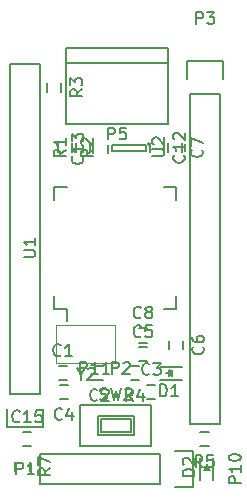
<source format=gbr>
G04 #@! TF.FileFunction,Legend,Top*
%FSLAX46Y46*%
G04 Gerber Fmt 4.6, Leading zero omitted, Abs format (unit mm)*
G04 Created by KiCad (PCBNEW 4.0.2-stable) date 09.08.2016 00:29:19*
%MOMM*%
G01*
G04 APERTURE LIST*
%ADD10C,0.300000*%
%ADD11C,0.150000*%
%ADD12C,0.100000*%
G04 APERTURE END LIST*
D10*
D11*
X107950000Y-120650000D02*
X107950000Y-92710000D01*
X107950000Y-92710000D02*
X110490000Y-92710000D01*
X110490000Y-92710000D02*
X110490000Y-120650000D01*
X107670000Y-123470000D02*
X107670000Y-121920000D01*
X107950000Y-120650000D02*
X110490000Y-120650000D01*
X110770000Y-121920000D02*
X110770000Y-123470000D01*
X110770000Y-123470000D02*
X107670000Y-123470000D01*
X125730000Y-95250000D02*
X125730000Y-123190000D01*
X125730000Y-123190000D02*
X123190000Y-123190000D01*
X123190000Y-123190000D02*
X123190000Y-95250000D01*
X126010000Y-92430000D02*
X126010000Y-93980000D01*
X125730000Y-95250000D02*
X123190000Y-95250000D01*
X122910000Y-93980000D02*
X122910000Y-92430000D01*
X122910000Y-92430000D02*
X126010000Y-92430000D01*
X121350900Y-91382540D02*
X112650900Y-91382540D01*
X121350900Y-97787540D02*
X112650900Y-97787540D01*
X112650900Y-97787540D02*
X112650900Y-91382540D01*
X112650900Y-92612540D02*
X121350900Y-92612540D01*
X121350900Y-91382540D02*
X121350900Y-97787540D01*
X115660110Y-122749780D02*
X118160110Y-122749780D01*
X118160110Y-122749780D02*
X118160110Y-123849780D01*
X118160110Y-123849780D02*
X115660110Y-123849780D01*
X115660110Y-123849780D02*
X115660110Y-122749780D01*
X115410110Y-124099780D02*
X118410110Y-124099780D01*
X115410110Y-122499780D02*
X118410110Y-122499780D01*
X118410110Y-122499780D02*
X118410110Y-124099780D01*
X115410110Y-122499780D02*
X115410110Y-124099780D01*
X113910110Y-125049780D02*
X119910110Y-125049780D01*
X113910110Y-121549780D02*
X119910110Y-121549780D01*
X113910110Y-121549780D02*
X113910110Y-125049780D01*
X119910110Y-121549780D02*
X119910110Y-125049780D01*
X111665000Y-113475000D02*
X112740000Y-113475000D01*
X111665000Y-103125000D02*
X112740000Y-103125000D01*
X122015000Y-103125000D02*
X120940000Y-103125000D01*
X122015000Y-113475000D02*
X120940000Y-113475000D01*
X111665000Y-113475000D02*
X111665000Y-112400000D01*
X122015000Y-113475000D02*
X122015000Y-112400000D01*
X122015000Y-103125000D02*
X122015000Y-104200000D01*
X111665000Y-103125000D02*
X111665000Y-104200000D01*
X112740000Y-113475000D02*
X112740000Y-114500000D01*
X119800000Y-99500000D02*
G75*
G03X119800000Y-99500000I-100000J0D01*
G01*
X119450000Y-100050000D02*
X119450000Y-99550000D01*
X116550000Y-100050000D02*
X119450000Y-100050000D01*
X116550000Y-99550000D02*
X116550000Y-100050000D01*
X119450000Y-99550000D02*
X116550000Y-99550000D01*
D12*
X111800000Y-114800000D02*
X116800000Y-114800000D01*
X116800000Y-114800000D02*
X116800000Y-118000000D01*
X116800000Y-118000000D02*
X111800000Y-118000000D01*
X111800000Y-118000000D02*
X111800000Y-114800000D01*
D11*
X112050000Y-118300000D02*
X112750000Y-118300000D01*
X112750000Y-119500000D02*
X112050000Y-119500000D01*
X115850000Y-119500000D02*
X115150000Y-119500000D01*
X115150000Y-118300000D02*
X115850000Y-118300000D01*
X119550000Y-119900000D02*
X120250000Y-119900000D01*
X120250000Y-121100000D02*
X119550000Y-121100000D01*
X112850000Y-121100000D02*
X112150000Y-121100000D01*
X112150000Y-119900000D02*
X112850000Y-119900000D01*
X118850000Y-116700000D02*
X119550000Y-116700000D01*
X119550000Y-117900000D02*
X118850000Y-117900000D01*
X122600000Y-116150000D02*
X122600000Y-116850000D01*
X121400000Y-116850000D02*
X121400000Y-116150000D01*
X122500000Y-99450000D02*
X122500000Y-100150000D01*
X121300000Y-100150000D02*
X121300000Y-99450000D01*
X118850000Y-115100000D02*
X119550000Y-115100000D01*
X119550000Y-116300000D02*
X118850000Y-116300000D01*
X109050000Y-123900000D02*
X109750000Y-123900000D01*
X109750000Y-125100000D02*
X109050000Y-125100000D01*
X113500000Y-100150000D02*
X113500000Y-99450000D01*
X114700000Y-99450000D02*
X114700000Y-100150000D01*
X113200000Y-99450000D02*
X113200000Y-100150000D01*
X112000000Y-100150000D02*
X112000000Y-99450000D01*
X112300000Y-94350000D02*
X112300000Y-95050000D01*
X111100000Y-95050000D02*
X111100000Y-94350000D01*
X118850000Y-119500000D02*
X118150000Y-119500000D01*
X118150000Y-118300000D02*
X118850000Y-118300000D01*
X124750000Y-125100000D02*
X124050000Y-125100000D01*
X124050000Y-123900000D02*
X124750000Y-123900000D01*
X109600000Y-126450000D02*
X109600000Y-127150000D01*
X108400000Y-127150000D02*
X108400000Y-126450000D01*
X121920000Y-125450000D02*
X123470000Y-125450000D01*
X123470000Y-125450000D02*
X123470000Y-128550000D01*
X123470000Y-128550000D02*
X121920000Y-128550000D01*
X120650000Y-128270000D02*
X110490000Y-128270000D01*
X110490000Y-128270000D02*
X110490000Y-125730000D01*
X110490000Y-125730000D02*
X120650000Y-125730000D01*
X120650000Y-128270000D02*
X120650000Y-125730000D01*
X115000000Y-100250000D02*
X115000000Y-99550000D01*
X116200000Y-99550000D02*
X116200000Y-100250000D01*
X121000000Y-99450000D02*
X121000000Y-100150000D01*
X119800000Y-100150000D02*
X119800000Y-99450000D01*
X122500000Y-118350000D02*
X120600000Y-118350000D01*
X122500000Y-119450000D02*
X120600000Y-119450000D01*
X121600000Y-118900000D02*
X121150000Y-118900000D01*
X121650000Y-119150000D02*
X121650000Y-118650000D01*
X121650000Y-118900000D02*
X121400000Y-119150000D01*
X121400000Y-119150000D02*
X121400000Y-118650000D01*
X121400000Y-118650000D02*
X121650000Y-118900000D01*
X125150000Y-127950700D02*
X125150000Y-126050700D01*
X124050000Y-127950700D02*
X124050000Y-126050700D01*
X124600000Y-127050700D02*
X124600000Y-126600700D01*
X124350000Y-127100700D02*
X124850000Y-127100700D01*
X124600000Y-127100700D02*
X124350000Y-126850700D01*
X124350000Y-126850700D02*
X124850000Y-126850700D01*
X124850000Y-126850700D02*
X124600000Y-127100700D01*
X108481905Y-127472381D02*
X108481905Y-126472381D01*
X108862858Y-126472381D01*
X108958096Y-126520000D01*
X109005715Y-126567619D01*
X109053334Y-126662857D01*
X109053334Y-126805714D01*
X109005715Y-126900952D01*
X108958096Y-126948571D01*
X108862858Y-126996190D01*
X108481905Y-126996190D01*
X110005715Y-127472381D02*
X109434286Y-127472381D01*
X109720000Y-127472381D02*
X109720000Y-126472381D01*
X109624762Y-126615238D01*
X109529524Y-126710476D01*
X109434286Y-126758095D01*
X123721905Y-89332381D02*
X123721905Y-88332381D01*
X124102858Y-88332381D01*
X124198096Y-88380000D01*
X124245715Y-88427619D01*
X124293334Y-88522857D01*
X124293334Y-88665714D01*
X124245715Y-88760952D01*
X124198096Y-88808571D01*
X124102858Y-88856190D01*
X123721905Y-88856190D01*
X124626667Y-88332381D02*
X125245715Y-88332381D01*
X124912381Y-88713333D01*
X125055239Y-88713333D01*
X125150477Y-88760952D01*
X125198096Y-88808571D01*
X125245715Y-88903810D01*
X125245715Y-89141905D01*
X125198096Y-89237143D01*
X125150477Y-89284762D01*
X125055239Y-89332381D01*
X124769524Y-89332381D01*
X124674286Y-89284762D01*
X124626667Y-89237143D01*
X116261905Y-99102381D02*
X116261905Y-98102381D01*
X116642858Y-98102381D01*
X116738096Y-98150000D01*
X116785715Y-98197619D01*
X116833334Y-98292857D01*
X116833334Y-98435714D01*
X116785715Y-98530952D01*
X116738096Y-98578571D01*
X116642858Y-98626190D01*
X116261905Y-98626190D01*
X117738096Y-98102381D02*
X117261905Y-98102381D01*
X117214286Y-98578571D01*
X117261905Y-98530952D01*
X117357143Y-98483333D01*
X117595239Y-98483333D01*
X117690477Y-98530952D01*
X117738096Y-98578571D01*
X117785715Y-98673810D01*
X117785715Y-98911905D01*
X117738096Y-99007143D01*
X117690477Y-99054762D01*
X117595239Y-99102381D01*
X117357143Y-99102381D01*
X117261905Y-99054762D01*
X117214286Y-99007143D01*
X115576777Y-121104542D02*
X115719634Y-121152161D01*
X115957730Y-121152161D01*
X116052968Y-121104542D01*
X116100587Y-121056923D01*
X116148206Y-120961685D01*
X116148206Y-120866447D01*
X116100587Y-120771209D01*
X116052968Y-120723590D01*
X115957730Y-120675970D01*
X115767253Y-120628351D01*
X115672015Y-120580732D01*
X115624396Y-120533113D01*
X115576777Y-120437875D01*
X115576777Y-120342637D01*
X115624396Y-120247399D01*
X115672015Y-120199780D01*
X115767253Y-120152161D01*
X116005349Y-120152161D01*
X116148206Y-120199780D01*
X116481539Y-120152161D02*
X116719634Y-121152161D01*
X116910111Y-120437875D01*
X117100587Y-121152161D01*
X117338682Y-120152161D01*
X117672015Y-120247399D02*
X117719634Y-120199780D01*
X117814872Y-120152161D01*
X118052968Y-120152161D01*
X118148206Y-120199780D01*
X118195825Y-120247399D01*
X118243444Y-120342637D01*
X118243444Y-120437875D01*
X118195825Y-120580732D01*
X117624396Y-121152161D01*
X118243444Y-121152161D01*
X109092381Y-109061905D02*
X109901905Y-109061905D01*
X109997143Y-109014286D01*
X110044762Y-108966667D01*
X110092381Y-108871429D01*
X110092381Y-108680952D01*
X110044762Y-108585714D01*
X109997143Y-108538095D01*
X109901905Y-108490476D01*
X109092381Y-108490476D01*
X110092381Y-107490476D02*
X110092381Y-108061905D01*
X110092381Y-107776191D02*
X109092381Y-107776191D01*
X109235238Y-107871429D01*
X109330476Y-107966667D01*
X109378095Y-108061905D01*
X120002381Y-100511905D02*
X120811905Y-100511905D01*
X120907143Y-100464286D01*
X120954762Y-100416667D01*
X121002381Y-100321429D01*
X121002381Y-100130952D01*
X120954762Y-100035714D01*
X120907143Y-99988095D01*
X120811905Y-99940476D01*
X120002381Y-99940476D01*
X120097619Y-99511905D02*
X120050000Y-99464286D01*
X120002381Y-99369048D01*
X120002381Y-99130952D01*
X120050000Y-99035714D01*
X120097619Y-98988095D01*
X120192857Y-98940476D01*
X120288095Y-98940476D01*
X120430952Y-98988095D01*
X121002381Y-99559524D01*
X121002381Y-98940476D01*
X113923809Y-118976190D02*
X113923809Y-119452381D01*
X113590476Y-118452381D02*
X113923809Y-118976190D01*
X114257143Y-118452381D01*
X114542857Y-118547619D02*
X114590476Y-118500000D01*
X114685714Y-118452381D01*
X114923810Y-118452381D01*
X115019048Y-118500000D01*
X115066667Y-118547619D01*
X115114286Y-118642857D01*
X115114286Y-118738095D01*
X115066667Y-118880952D01*
X114495238Y-119452381D01*
X115114286Y-119452381D01*
X112233334Y-117357143D02*
X112185715Y-117404762D01*
X112042858Y-117452381D01*
X111947620Y-117452381D01*
X111804762Y-117404762D01*
X111709524Y-117309524D01*
X111661905Y-117214286D01*
X111614286Y-117023810D01*
X111614286Y-116880952D01*
X111661905Y-116690476D01*
X111709524Y-116595238D01*
X111804762Y-116500000D01*
X111947620Y-116452381D01*
X112042858Y-116452381D01*
X112185715Y-116500000D01*
X112233334Y-116547619D01*
X113185715Y-117452381D02*
X112614286Y-117452381D01*
X112900000Y-117452381D02*
X112900000Y-116452381D01*
X112804762Y-116595238D01*
X112709524Y-116690476D01*
X112614286Y-116738095D01*
X115333334Y-121157143D02*
X115285715Y-121204762D01*
X115142858Y-121252381D01*
X115047620Y-121252381D01*
X114904762Y-121204762D01*
X114809524Y-121109524D01*
X114761905Y-121014286D01*
X114714286Y-120823810D01*
X114714286Y-120680952D01*
X114761905Y-120490476D01*
X114809524Y-120395238D01*
X114904762Y-120300000D01*
X115047620Y-120252381D01*
X115142858Y-120252381D01*
X115285715Y-120300000D01*
X115333334Y-120347619D01*
X115714286Y-120347619D02*
X115761905Y-120300000D01*
X115857143Y-120252381D01*
X116095239Y-120252381D01*
X116190477Y-120300000D01*
X116238096Y-120347619D01*
X116285715Y-120442857D01*
X116285715Y-120538095D01*
X116238096Y-120680952D01*
X115666667Y-121252381D01*
X116285715Y-121252381D01*
X119733334Y-118957143D02*
X119685715Y-119004762D01*
X119542858Y-119052381D01*
X119447620Y-119052381D01*
X119304762Y-119004762D01*
X119209524Y-118909524D01*
X119161905Y-118814286D01*
X119114286Y-118623810D01*
X119114286Y-118480952D01*
X119161905Y-118290476D01*
X119209524Y-118195238D01*
X119304762Y-118100000D01*
X119447620Y-118052381D01*
X119542858Y-118052381D01*
X119685715Y-118100000D01*
X119733334Y-118147619D01*
X120066667Y-118052381D02*
X120685715Y-118052381D01*
X120352381Y-118433333D01*
X120495239Y-118433333D01*
X120590477Y-118480952D01*
X120638096Y-118528571D01*
X120685715Y-118623810D01*
X120685715Y-118861905D01*
X120638096Y-118957143D01*
X120590477Y-119004762D01*
X120495239Y-119052381D01*
X120209524Y-119052381D01*
X120114286Y-119004762D01*
X120066667Y-118957143D01*
X112333334Y-122757143D02*
X112285715Y-122804762D01*
X112142858Y-122852381D01*
X112047620Y-122852381D01*
X111904762Y-122804762D01*
X111809524Y-122709524D01*
X111761905Y-122614286D01*
X111714286Y-122423810D01*
X111714286Y-122280952D01*
X111761905Y-122090476D01*
X111809524Y-121995238D01*
X111904762Y-121900000D01*
X112047620Y-121852381D01*
X112142858Y-121852381D01*
X112285715Y-121900000D01*
X112333334Y-121947619D01*
X113190477Y-122185714D02*
X113190477Y-122852381D01*
X112952381Y-121804762D02*
X112714286Y-122519048D01*
X113333334Y-122519048D01*
X119033334Y-115757143D02*
X118985715Y-115804762D01*
X118842858Y-115852381D01*
X118747620Y-115852381D01*
X118604762Y-115804762D01*
X118509524Y-115709524D01*
X118461905Y-115614286D01*
X118414286Y-115423810D01*
X118414286Y-115280952D01*
X118461905Y-115090476D01*
X118509524Y-114995238D01*
X118604762Y-114900000D01*
X118747620Y-114852381D01*
X118842858Y-114852381D01*
X118985715Y-114900000D01*
X119033334Y-114947619D01*
X119938096Y-114852381D02*
X119461905Y-114852381D01*
X119414286Y-115328571D01*
X119461905Y-115280952D01*
X119557143Y-115233333D01*
X119795239Y-115233333D01*
X119890477Y-115280952D01*
X119938096Y-115328571D01*
X119985715Y-115423810D01*
X119985715Y-115661905D01*
X119938096Y-115757143D01*
X119890477Y-115804762D01*
X119795239Y-115852381D01*
X119557143Y-115852381D01*
X119461905Y-115804762D01*
X119414286Y-115757143D01*
X124257143Y-116666666D02*
X124304762Y-116714285D01*
X124352381Y-116857142D01*
X124352381Y-116952380D01*
X124304762Y-117095238D01*
X124209524Y-117190476D01*
X124114286Y-117238095D01*
X123923810Y-117285714D01*
X123780952Y-117285714D01*
X123590476Y-117238095D01*
X123495238Y-117190476D01*
X123400000Y-117095238D01*
X123352381Y-116952380D01*
X123352381Y-116857142D01*
X123400000Y-116714285D01*
X123447619Y-116666666D01*
X123352381Y-115809523D02*
X123352381Y-116000000D01*
X123400000Y-116095238D01*
X123447619Y-116142857D01*
X123590476Y-116238095D01*
X123780952Y-116285714D01*
X124161905Y-116285714D01*
X124257143Y-116238095D01*
X124304762Y-116190476D01*
X124352381Y-116095238D01*
X124352381Y-115904761D01*
X124304762Y-115809523D01*
X124257143Y-115761904D01*
X124161905Y-115714285D01*
X123923810Y-115714285D01*
X123828571Y-115761904D01*
X123780952Y-115809523D01*
X123733333Y-115904761D01*
X123733333Y-116095238D01*
X123780952Y-116190476D01*
X123828571Y-116238095D01*
X123923810Y-116285714D01*
X124157143Y-99966666D02*
X124204762Y-100014285D01*
X124252381Y-100157142D01*
X124252381Y-100252380D01*
X124204762Y-100395238D01*
X124109524Y-100490476D01*
X124014286Y-100538095D01*
X123823810Y-100585714D01*
X123680952Y-100585714D01*
X123490476Y-100538095D01*
X123395238Y-100490476D01*
X123300000Y-100395238D01*
X123252381Y-100252380D01*
X123252381Y-100157142D01*
X123300000Y-100014285D01*
X123347619Y-99966666D01*
X123252381Y-99633333D02*
X123252381Y-98966666D01*
X124252381Y-99395238D01*
X119033334Y-114157143D02*
X118985715Y-114204762D01*
X118842858Y-114252381D01*
X118747620Y-114252381D01*
X118604762Y-114204762D01*
X118509524Y-114109524D01*
X118461905Y-114014286D01*
X118414286Y-113823810D01*
X118414286Y-113680952D01*
X118461905Y-113490476D01*
X118509524Y-113395238D01*
X118604762Y-113300000D01*
X118747620Y-113252381D01*
X118842858Y-113252381D01*
X118985715Y-113300000D01*
X119033334Y-113347619D01*
X119604762Y-113680952D02*
X119509524Y-113633333D01*
X119461905Y-113585714D01*
X119414286Y-113490476D01*
X119414286Y-113442857D01*
X119461905Y-113347619D01*
X119509524Y-113300000D01*
X119604762Y-113252381D01*
X119795239Y-113252381D01*
X119890477Y-113300000D01*
X119938096Y-113347619D01*
X119985715Y-113442857D01*
X119985715Y-113490476D01*
X119938096Y-113585714D01*
X119890477Y-113633333D01*
X119795239Y-113680952D01*
X119604762Y-113680952D01*
X119509524Y-113728571D01*
X119461905Y-113776190D01*
X119414286Y-113871429D01*
X119414286Y-114061905D01*
X119461905Y-114157143D01*
X119509524Y-114204762D01*
X119604762Y-114252381D01*
X119795239Y-114252381D01*
X119890477Y-114204762D01*
X119938096Y-114157143D01*
X119985715Y-114061905D01*
X119985715Y-113871429D01*
X119938096Y-113776190D01*
X119890477Y-113728571D01*
X119795239Y-113680952D01*
X108757143Y-122957143D02*
X108709524Y-123004762D01*
X108566667Y-123052381D01*
X108471429Y-123052381D01*
X108328571Y-123004762D01*
X108233333Y-122909524D01*
X108185714Y-122814286D01*
X108138095Y-122623810D01*
X108138095Y-122480952D01*
X108185714Y-122290476D01*
X108233333Y-122195238D01*
X108328571Y-122100000D01*
X108471429Y-122052381D01*
X108566667Y-122052381D01*
X108709524Y-122100000D01*
X108757143Y-122147619D01*
X109709524Y-123052381D02*
X109138095Y-123052381D01*
X109423809Y-123052381D02*
X109423809Y-122052381D01*
X109328571Y-122195238D01*
X109233333Y-122290476D01*
X109138095Y-122338095D01*
X110614286Y-122052381D02*
X110138095Y-122052381D01*
X110090476Y-122528571D01*
X110138095Y-122480952D01*
X110233333Y-122433333D01*
X110471429Y-122433333D01*
X110566667Y-122480952D01*
X110614286Y-122528571D01*
X110661905Y-122623810D01*
X110661905Y-122861905D01*
X110614286Y-122957143D01*
X110566667Y-123004762D01*
X110471429Y-123052381D01*
X110233333Y-123052381D01*
X110138095Y-123004762D01*
X110090476Y-122957143D01*
X112652381Y-99966666D02*
X112176190Y-100300000D01*
X112652381Y-100538095D02*
X111652381Y-100538095D01*
X111652381Y-100157142D01*
X111700000Y-100061904D01*
X111747619Y-100014285D01*
X111842857Y-99966666D01*
X111985714Y-99966666D01*
X112080952Y-100014285D01*
X112128571Y-100061904D01*
X112176190Y-100157142D01*
X112176190Y-100538095D01*
X112652381Y-99014285D02*
X112652381Y-99585714D01*
X112652381Y-99300000D02*
X111652381Y-99300000D01*
X111795238Y-99395238D01*
X111890476Y-99490476D01*
X111938095Y-99585714D01*
X114952381Y-99966666D02*
X114476190Y-100300000D01*
X114952381Y-100538095D02*
X113952381Y-100538095D01*
X113952381Y-100157142D01*
X114000000Y-100061904D01*
X114047619Y-100014285D01*
X114142857Y-99966666D01*
X114285714Y-99966666D01*
X114380952Y-100014285D01*
X114428571Y-100061904D01*
X114476190Y-100157142D01*
X114476190Y-100538095D01*
X114047619Y-99585714D02*
X114000000Y-99538095D01*
X113952381Y-99442857D01*
X113952381Y-99204761D01*
X114000000Y-99109523D01*
X114047619Y-99061904D01*
X114142857Y-99014285D01*
X114238095Y-99014285D01*
X114380952Y-99061904D01*
X114952381Y-99633333D01*
X114952381Y-99014285D01*
X114052381Y-94866666D02*
X113576190Y-95200000D01*
X114052381Y-95438095D02*
X113052381Y-95438095D01*
X113052381Y-95057142D01*
X113100000Y-94961904D01*
X113147619Y-94914285D01*
X113242857Y-94866666D01*
X113385714Y-94866666D01*
X113480952Y-94914285D01*
X113528571Y-94961904D01*
X113576190Y-95057142D01*
X113576190Y-95438095D01*
X113052381Y-94533333D02*
X113052381Y-93914285D01*
X113433333Y-94247619D01*
X113433333Y-94104761D01*
X113480952Y-94009523D01*
X113528571Y-93961904D01*
X113623810Y-93914285D01*
X113861905Y-93914285D01*
X113957143Y-93961904D01*
X114004762Y-94009523D01*
X114052381Y-94104761D01*
X114052381Y-94390476D01*
X114004762Y-94485714D01*
X113957143Y-94533333D01*
X118333334Y-121252381D02*
X118000000Y-120776190D01*
X117761905Y-121252381D02*
X117761905Y-120252381D01*
X118142858Y-120252381D01*
X118238096Y-120300000D01*
X118285715Y-120347619D01*
X118333334Y-120442857D01*
X118333334Y-120585714D01*
X118285715Y-120680952D01*
X118238096Y-120728571D01*
X118142858Y-120776190D01*
X117761905Y-120776190D01*
X119190477Y-120585714D02*
X119190477Y-121252381D01*
X118952381Y-120204762D02*
X118714286Y-120919048D01*
X119333334Y-120919048D01*
X124233334Y-126852381D02*
X123900000Y-126376190D01*
X123661905Y-126852381D02*
X123661905Y-125852381D01*
X124042858Y-125852381D01*
X124138096Y-125900000D01*
X124185715Y-125947619D01*
X124233334Y-126042857D01*
X124233334Y-126185714D01*
X124185715Y-126280952D01*
X124138096Y-126328571D01*
X124042858Y-126376190D01*
X123661905Y-126376190D01*
X125138096Y-125852381D02*
X124661905Y-125852381D01*
X124614286Y-126328571D01*
X124661905Y-126280952D01*
X124757143Y-126233333D01*
X124995239Y-126233333D01*
X125090477Y-126280952D01*
X125138096Y-126328571D01*
X125185715Y-126423810D01*
X125185715Y-126661905D01*
X125138096Y-126757143D01*
X125090477Y-126804762D01*
X124995239Y-126852381D01*
X124757143Y-126852381D01*
X124661905Y-126804762D01*
X124614286Y-126757143D01*
X111352381Y-126966666D02*
X110876190Y-127300000D01*
X111352381Y-127538095D02*
X110352381Y-127538095D01*
X110352381Y-127157142D01*
X110400000Y-127061904D01*
X110447619Y-127014285D01*
X110542857Y-126966666D01*
X110685714Y-126966666D01*
X110780952Y-127014285D01*
X110828571Y-127061904D01*
X110876190Y-127157142D01*
X110876190Y-127538095D01*
X110352381Y-126633333D02*
X110352381Y-125966666D01*
X111352381Y-126395238D01*
X127472381Y-128214286D02*
X126472381Y-128214286D01*
X126472381Y-127833333D01*
X126520000Y-127738095D01*
X126567619Y-127690476D01*
X126662857Y-127642857D01*
X126805714Y-127642857D01*
X126900952Y-127690476D01*
X126948571Y-127738095D01*
X126996190Y-127833333D01*
X126996190Y-128214286D01*
X127472381Y-126690476D02*
X127472381Y-127261905D01*
X127472381Y-126976191D02*
X126472381Y-126976191D01*
X126615238Y-127071429D01*
X126710476Y-127166667D01*
X126758095Y-127261905D01*
X126472381Y-126071429D02*
X126472381Y-125976190D01*
X126520000Y-125880952D01*
X126567619Y-125833333D01*
X126662857Y-125785714D01*
X126853333Y-125738095D01*
X127091429Y-125738095D01*
X127281905Y-125785714D01*
X127377143Y-125833333D01*
X127424762Y-125880952D01*
X127472381Y-125976190D01*
X127472381Y-126071429D01*
X127424762Y-126166667D01*
X127377143Y-126214286D01*
X127281905Y-126261905D01*
X127091429Y-126309524D01*
X126853333Y-126309524D01*
X126662857Y-126261905D01*
X126567619Y-126214286D01*
X126520000Y-126166667D01*
X126472381Y-126071429D01*
X114057143Y-100542857D02*
X114104762Y-100590476D01*
X114152381Y-100733333D01*
X114152381Y-100828571D01*
X114104762Y-100971429D01*
X114009524Y-101066667D01*
X113914286Y-101114286D01*
X113723810Y-101161905D01*
X113580952Y-101161905D01*
X113390476Y-101114286D01*
X113295238Y-101066667D01*
X113200000Y-100971429D01*
X113152381Y-100828571D01*
X113152381Y-100733333D01*
X113200000Y-100590476D01*
X113247619Y-100542857D01*
X114152381Y-99590476D02*
X114152381Y-100161905D01*
X114152381Y-99876191D02*
X113152381Y-99876191D01*
X113295238Y-99971429D01*
X113390476Y-100066667D01*
X113438095Y-100161905D01*
X113152381Y-99257143D02*
X113152381Y-98638095D01*
X113533333Y-98971429D01*
X113533333Y-98828571D01*
X113580952Y-98733333D01*
X113628571Y-98685714D01*
X113723810Y-98638095D01*
X113961905Y-98638095D01*
X114057143Y-98685714D01*
X114104762Y-98733333D01*
X114152381Y-98828571D01*
X114152381Y-99114286D01*
X114104762Y-99209524D01*
X114057143Y-99257143D01*
X122657143Y-100442857D02*
X122704762Y-100490476D01*
X122752381Y-100633333D01*
X122752381Y-100728571D01*
X122704762Y-100871429D01*
X122609524Y-100966667D01*
X122514286Y-101014286D01*
X122323810Y-101061905D01*
X122180952Y-101061905D01*
X121990476Y-101014286D01*
X121895238Y-100966667D01*
X121800000Y-100871429D01*
X121752381Y-100728571D01*
X121752381Y-100633333D01*
X121800000Y-100490476D01*
X121847619Y-100442857D01*
X122752381Y-99490476D02*
X122752381Y-100061905D01*
X122752381Y-99776191D02*
X121752381Y-99776191D01*
X121895238Y-99871429D01*
X121990476Y-99966667D01*
X122038095Y-100061905D01*
X121847619Y-99109524D02*
X121800000Y-99061905D01*
X121752381Y-98966667D01*
X121752381Y-98728571D01*
X121800000Y-98633333D01*
X121847619Y-98585714D01*
X121942857Y-98538095D01*
X122038095Y-98538095D01*
X122180952Y-98585714D01*
X122752381Y-99157143D01*
X122752381Y-98538095D01*
X116561905Y-118952381D02*
X116561905Y-117952381D01*
X116942858Y-117952381D01*
X117038096Y-118000000D01*
X117085715Y-118047619D01*
X117133334Y-118142857D01*
X117133334Y-118285714D01*
X117085715Y-118380952D01*
X117038096Y-118428571D01*
X116942858Y-118476190D01*
X116561905Y-118476190D01*
X117514286Y-118047619D02*
X117561905Y-118000000D01*
X117657143Y-117952381D01*
X117895239Y-117952381D01*
X117990477Y-118000000D01*
X118038096Y-118047619D01*
X118085715Y-118142857D01*
X118085715Y-118238095D01*
X118038096Y-118380952D01*
X117466667Y-118952381D01*
X118085715Y-118952381D01*
X113885714Y-118952381D02*
X113885714Y-117952381D01*
X114266667Y-117952381D01*
X114361905Y-118000000D01*
X114409524Y-118047619D01*
X114457143Y-118142857D01*
X114457143Y-118285714D01*
X114409524Y-118380952D01*
X114361905Y-118428571D01*
X114266667Y-118476190D01*
X113885714Y-118476190D01*
X115409524Y-118952381D02*
X114838095Y-118952381D01*
X115123809Y-118952381D02*
X115123809Y-117952381D01*
X115028571Y-118095238D01*
X114933333Y-118190476D01*
X114838095Y-118238095D01*
X116361905Y-118952381D02*
X115790476Y-118952381D01*
X116076190Y-118952381D02*
X116076190Y-117952381D01*
X115980952Y-118095238D01*
X115885714Y-118190476D01*
X115790476Y-118238095D01*
X120661905Y-120852381D02*
X120661905Y-119852381D01*
X120900000Y-119852381D01*
X121042858Y-119900000D01*
X121138096Y-119995238D01*
X121185715Y-120090476D01*
X121233334Y-120280952D01*
X121233334Y-120423810D01*
X121185715Y-120614286D01*
X121138096Y-120709524D01*
X121042858Y-120804762D01*
X120900000Y-120852381D01*
X120661905Y-120852381D01*
X122185715Y-120852381D02*
X121614286Y-120852381D01*
X121900000Y-120852381D02*
X121900000Y-119852381D01*
X121804762Y-119995238D01*
X121709524Y-120090476D01*
X121614286Y-120138095D01*
X123552381Y-127588795D02*
X122552381Y-127588795D01*
X122552381Y-127350700D01*
X122600000Y-127207842D01*
X122695238Y-127112604D01*
X122790476Y-127064985D01*
X122980952Y-127017366D01*
X123123810Y-127017366D01*
X123314286Y-127064985D01*
X123409524Y-127112604D01*
X123504762Y-127207842D01*
X123552381Y-127350700D01*
X123552381Y-127588795D01*
X122647619Y-126636414D02*
X122600000Y-126588795D01*
X122552381Y-126493557D01*
X122552381Y-126255461D01*
X122600000Y-126160223D01*
X122647619Y-126112604D01*
X122742857Y-126064985D01*
X122838095Y-126064985D01*
X122980952Y-126112604D01*
X123552381Y-126684033D01*
X123552381Y-126064985D01*
M02*

</source>
